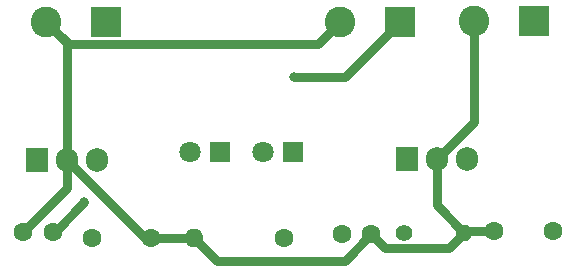
<source format=gbr>
%TF.GenerationSoftware,KiCad,Pcbnew,(6.0.7)*%
%TF.CreationDate,2023-02-08T20:34:56+01:00*%
%TF.ProjectId,udemy,7564656d-792e-46b6-9963-61645f706362,rev?*%
%TF.SameCoordinates,Original*%
%TF.FileFunction,Copper,L2,Bot*%
%TF.FilePolarity,Positive*%
%FSLAX46Y46*%
G04 Gerber Fmt 4.6, Leading zero omitted, Abs format (unit mm)*
G04 Created by KiCad (PCBNEW (6.0.7)) date 2023-02-08 20:34:56*
%MOMM*%
%LPD*%
G01*
G04 APERTURE LIST*
%TA.AperFunction,ComponentPad*%
%ADD10R,1.800000X1.800000*%
%TD*%
%TA.AperFunction,ComponentPad*%
%ADD11C,1.800000*%
%TD*%
%TA.AperFunction,ComponentPad*%
%ADD12C,1.600000*%
%TD*%
%TA.AperFunction,ComponentPad*%
%ADD13O,1.600000X1.600000*%
%TD*%
%TA.AperFunction,ComponentPad*%
%ADD14C,1.400000*%
%TD*%
%TA.AperFunction,ComponentPad*%
%ADD15O,1.400000X1.400000*%
%TD*%
%TA.AperFunction,ComponentPad*%
%ADD16R,2.600000X2.600000*%
%TD*%
%TA.AperFunction,ComponentPad*%
%ADD17C,2.600000*%
%TD*%
%TA.AperFunction,ComponentPad*%
%ADD18R,1.905000X2.000000*%
%TD*%
%TA.AperFunction,ComponentPad*%
%ADD19O,1.905000X2.000000*%
%TD*%
%TA.AperFunction,ViaPad*%
%ADD20C,0.800000*%
%TD*%
%TA.AperFunction,Conductor*%
%ADD21C,0.800000*%
%TD*%
G04 APERTURE END LIST*
D10*
%TO.P,D1,1,K*%
%TO.N,Net-(D1-Pad1)*%
X135875000Y-71075000D03*
D11*
%TO.P,D1,2,A*%
%TO.N,/9v out*%
X133335000Y-71075000D03*
%TD*%
D12*
%TO.P,R2,1*%
%TO.N,Net-(D1-Pad1)*%
X141310000Y-78325000D03*
D13*
%TO.P,R2,2*%
%TO.N,GND*%
X133690000Y-78325000D03*
%TD*%
D12*
%TO.P,C4,1*%
%TO.N,/5v out*%
X146200000Y-78025000D03*
%TO.P,C4,2*%
%TO.N,GND*%
X148700000Y-78025000D03*
%TD*%
D14*
%TO.P,R1,1*%
%TO.N,Net-(D2-Pad1)*%
X151460000Y-77900000D03*
D15*
%TO.P,R1,2*%
%TO.N,GND*%
X156540000Y-77900000D03*
%TD*%
D16*
%TO.P,J2,1,Pin_1*%
%TO.N,/9v out*%
X151145000Y-60045000D03*
D17*
%TO.P,J2,2,Pin_2*%
%TO.N,GND*%
X146065000Y-60045000D03*
%TD*%
D16*
%TO.P,J3,1,Pin_1*%
%TO.N,/5v out*%
X162470000Y-59995000D03*
D17*
%TO.P,J3,2,Pin_2*%
%TO.N,GND*%
X157390000Y-59995000D03*
%TD*%
D10*
%TO.P,D2,1,K*%
%TO.N,Net-(D2-Pad1)*%
X142050000Y-71050000D03*
D11*
%TO.P,D2,2,A*%
%TO.N,/5v out*%
X139510000Y-71050000D03*
%TD*%
D16*
%TO.P,J1,1,Pin_1*%
%TO.N,+12V*%
X126270000Y-60045000D03*
D17*
%TO.P,J1,2,Pin_2*%
%TO.N,GND*%
X121190000Y-60045000D03*
%TD*%
D18*
%TO.P,U1,1,IN*%
%TO.N,+12V*%
X120410000Y-71770000D03*
D19*
%TO.P,U1,2,GND*%
%TO.N,GND*%
X122950000Y-71770000D03*
%TO.P,U1,3,OUT*%
%TO.N,/9v out*%
X125490000Y-71770000D03*
%TD*%
D18*
%TO.P,U2,1,IN*%
%TO.N,+12V*%
X151685000Y-71695000D03*
D19*
%TO.P,U2,2,GND*%
%TO.N,GND*%
X154225000Y-71695000D03*
%TO.P,U2,3,OUT*%
%TO.N,/5v out*%
X156765000Y-71695000D03*
%TD*%
D12*
%TO.P,C3,1*%
%TO.N,/9v out*%
X121725000Y-77825000D03*
%TO.P,C3,2*%
%TO.N,GND*%
X119225000Y-77825000D03*
%TD*%
%TO.P,C1,1*%
%TO.N,+12V*%
X125050000Y-78350000D03*
%TO.P,C1,2*%
%TO.N,GND*%
X130050000Y-78350000D03*
%TD*%
%TO.P,C2,1*%
%TO.N,+12V*%
X164100000Y-77750000D03*
%TO.P,C2,2*%
%TO.N,GND*%
X159100000Y-77750000D03*
%TD*%
D20*
%TO.N,/9v out*%
X142125000Y-64725000D03*
X124400000Y-75325000D03*
%TD*%
D21*
%TO.N,GND*%
X149875000Y-79200000D02*
X148700000Y-78025000D01*
X135646418Y-80281418D02*
X146443582Y-80281418D01*
X146065000Y-60045000D02*
X144165000Y-61945000D01*
X122950000Y-74100000D02*
X122950000Y-71770000D01*
X129530000Y-78350000D02*
X130050000Y-78350000D01*
X144165000Y-61945000D02*
X123090000Y-61945000D01*
X130050000Y-78350000D02*
X133665000Y-78350000D01*
X156540000Y-77900000D02*
X155240000Y-79200000D01*
X122950000Y-61805000D02*
X121190000Y-60045000D01*
X159100000Y-77750000D02*
X156690000Y-77750000D01*
X122950000Y-71770000D02*
X129530000Y-78350000D01*
X157390000Y-68530000D02*
X154225000Y-71695000D01*
X146443582Y-80281418D02*
X148700000Y-78025000D01*
X133665000Y-78350000D02*
X133690000Y-78325000D01*
X154225000Y-75585000D02*
X156540000Y-77900000D01*
X133690000Y-78325000D02*
X135646418Y-80281418D01*
X155240000Y-79200000D02*
X149875000Y-79200000D01*
X157390000Y-59995000D02*
X157390000Y-68530000D01*
X122950000Y-71770000D02*
X122950000Y-61805000D01*
X123090000Y-61945000D02*
X121190000Y-60045000D01*
X119225000Y-77825000D02*
X122950000Y-74100000D01*
X154225000Y-71695000D02*
X154225000Y-75585000D01*
X156690000Y-77750000D02*
X156540000Y-77900000D01*
%TO.N,/9v out*%
X146465000Y-64725000D02*
X151145000Y-60045000D01*
X121725000Y-77825000D02*
X121900000Y-77825000D01*
X142125000Y-64725000D02*
X146465000Y-64725000D01*
X121900000Y-77825000D02*
X124400000Y-75325000D01*
%TD*%
M02*

</source>
